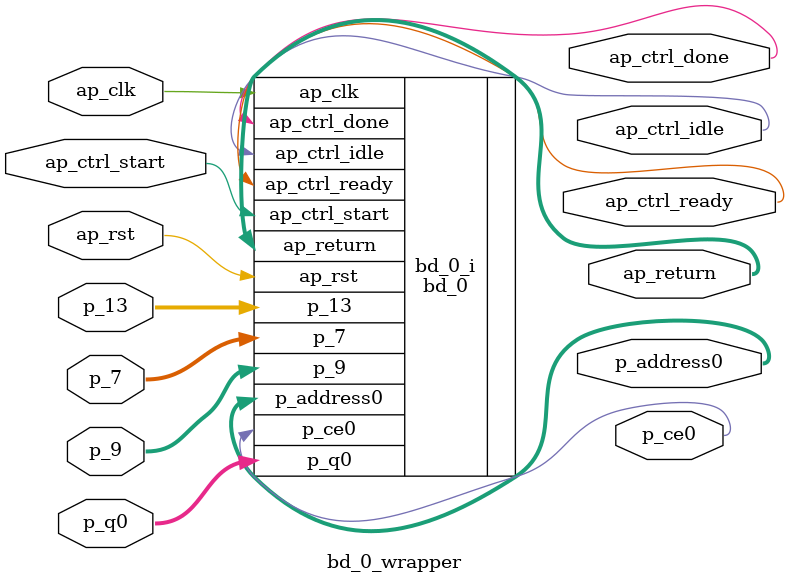
<source format=v>
`timescale 1 ps / 1 ps

module bd_0_wrapper
   (ap_clk,
    ap_ctrl_done,
    ap_ctrl_idle,
    ap_ctrl_ready,
    ap_ctrl_start,
    ap_return,
    ap_rst,
    p_13,
    p_7,
    p_9,
    p_address0,
    p_ce0,
    p_q0);
  input ap_clk;
  output ap_ctrl_done;
  output ap_ctrl_idle;
  output ap_ctrl_ready;
  input ap_ctrl_start;
  output [63:0]ap_return;
  input ap_rst;
  input [31:0]p_13;
  input [31:0]p_7;
  input [63:0]p_9;
  output [1:0]p_address0;
  output p_ce0;
  input [7:0]p_q0;

  wire ap_clk;
  wire ap_ctrl_done;
  wire ap_ctrl_idle;
  wire ap_ctrl_ready;
  wire ap_ctrl_start;
  wire [63:0]ap_return;
  wire ap_rst;
  wire [31:0]p_13;
  wire [31:0]p_7;
  wire [63:0]p_9;
  wire [1:0]p_address0;
  wire p_ce0;
  wire [7:0]p_q0;

  bd_0 bd_0_i
       (.ap_clk(ap_clk),
        .ap_ctrl_done(ap_ctrl_done),
        .ap_ctrl_idle(ap_ctrl_idle),
        .ap_ctrl_ready(ap_ctrl_ready),
        .ap_ctrl_start(ap_ctrl_start),
        .ap_return(ap_return),
        .ap_rst(ap_rst),
        .p_13(p_13),
        .p_7(p_7),
        .p_9(p_9),
        .p_address0(p_address0),
        .p_ce0(p_ce0),
        .p_q0(p_q0));
endmodule

</source>
